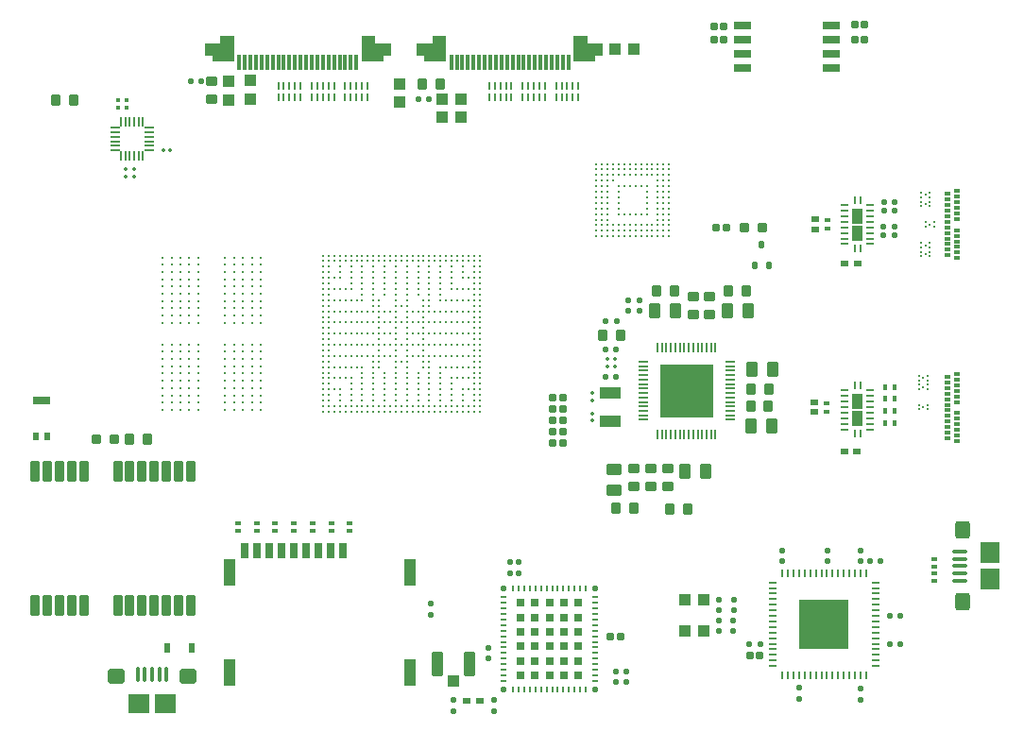
<source format=gtp>
G04*
G04 #@! TF.GenerationSoftware,Altium Limited,Altium Designer,25.1.2 (22)*
G04*
G04 Layer_Color=8421504*
%FSAX25Y25*%
%MOIN*%
G70*
G04*
G04 #@! TF.SameCoordinates,C8C0AD5F-FC7A-4EF2-B1F4-1BF668D8B3FE*
G04*
G04*
G04 #@! TF.FilePolarity,Positive*
G04*
G01*
G75*
%ADD16R,0.05906X0.02756*%
%ADD17R,0.02165X0.02756*%
G04:AMPARAMS|DCode=18|XSize=43.31mil|YSize=39.37mil|CornerRadius=3.94mil|HoleSize=0mil|Usage=FLASHONLY|Rotation=0.000|XOffset=0mil|YOffset=0mil|HoleType=Round|Shape=RoundedRectangle|*
%AMROUNDEDRECTD18*
21,1,0.04331,0.03150,0,0,0.0*
21,1,0.03543,0.03937,0,0,0.0*
1,1,0.00787,0.01772,-0.01575*
1,1,0.00787,-0.01772,-0.01575*
1,1,0.00787,-0.01772,0.01575*
1,1,0.00787,0.01772,0.01575*
%
%ADD18ROUNDEDRECTD18*%
G04:AMPARAMS|DCode=19|XSize=20mil|YSize=20mil|CornerRadius=2mil|HoleSize=0mil|Usage=FLASHONLY|Rotation=180.000|XOffset=0mil|YOffset=0mil|HoleType=Round|Shape=RoundedRectangle|*
%AMROUNDEDRECTD19*
21,1,0.02000,0.01600,0,0,180.0*
21,1,0.01600,0.02000,0,0,180.0*
1,1,0.00400,-0.00800,0.00800*
1,1,0.00400,0.00800,0.00800*
1,1,0.00400,0.00800,-0.00800*
1,1,0.00400,-0.00800,-0.00800*
%
%ADD19ROUNDEDRECTD19*%
G04:AMPARAMS|DCode=20|XSize=86.61mil|YSize=41.34mil|CornerRadius=4.13mil|HoleSize=0mil|Usage=FLASHONLY|Rotation=270.000|XOffset=0mil|YOffset=0mil|HoleType=Round|Shape=RoundedRectangle|*
%AMROUNDEDRECTD20*
21,1,0.08661,0.03307,0,0,270.0*
21,1,0.07835,0.04134,0,0,270.0*
1,1,0.00827,-0.01654,-0.03917*
1,1,0.00827,-0.01654,0.03917*
1,1,0.00827,0.01654,0.03917*
1,1,0.00827,0.01654,-0.03917*
%
%ADD20ROUNDEDRECTD20*%
G04:AMPARAMS|DCode=21|XSize=41.34mil|YSize=41.34mil|CornerRadius=4.13mil|HoleSize=0mil|Usage=FLASHONLY|Rotation=180.000|XOffset=0mil|YOffset=0mil|HoleType=Round|Shape=RoundedRectangle|*
%AMROUNDEDRECTD21*
21,1,0.04134,0.03307,0,0,180.0*
21,1,0.03307,0.04134,0,0,180.0*
1,1,0.00827,-0.01654,0.01654*
1,1,0.00827,0.01654,0.01654*
1,1,0.00827,0.01654,-0.01654*
1,1,0.00827,-0.01654,-0.01654*
%
%ADD21ROUNDEDRECTD21*%
%ADD22R,0.02953X0.02362*%
G04:AMPARAMS|DCode=23|XSize=24.41mil|YSize=55.12mil|CornerRadius=2.44mil|HoleSize=0mil|Usage=FLASHONLY|Rotation=0.000|XOffset=0mil|YOffset=0mil|HoleType=Round|Shape=RoundedRectangle|*
%AMROUNDEDRECTD23*
21,1,0.02441,0.05024,0,0,0.0*
21,1,0.01953,0.05512,0,0,0.0*
1,1,0.00488,0.00976,-0.02512*
1,1,0.00488,-0.00976,-0.02512*
1,1,0.00488,-0.00976,0.02512*
1,1,0.00488,0.00976,0.02512*
%
%ADD23ROUNDEDRECTD23*%
%ADD24R,0.04331X0.09449*%
G04:AMPARAMS|DCode=25|XSize=29.53mil|YSize=9.84mil|CornerRadius=0.98mil|HoleSize=0mil|Usage=FLASHONLY|Rotation=270.000|XOffset=0mil|YOffset=0mil|HoleType=Round|Shape=RoundedRectangle|*
%AMROUNDEDRECTD25*
21,1,0.02953,0.00787,0,0,270.0*
21,1,0.02756,0.00984,0,0,270.0*
1,1,0.00197,-0.00394,-0.01378*
1,1,0.00197,-0.00394,0.01378*
1,1,0.00197,0.00394,0.01378*
1,1,0.00197,0.00394,-0.01378*
%
%ADD25ROUNDEDRECTD25*%
G04:AMPARAMS|DCode=26|XSize=37.4mil|YSize=33.47mil|CornerRadius=3.35mil|HoleSize=0mil|Usage=FLASHONLY|Rotation=270.000|XOffset=0mil|YOffset=0mil|HoleType=Round|Shape=RoundedRectangle|*
%AMROUNDEDRECTD26*
21,1,0.03740,0.02677,0,0,270.0*
21,1,0.03071,0.03347,0,0,270.0*
1,1,0.00669,-0.01339,-0.01535*
1,1,0.00669,-0.01339,0.01535*
1,1,0.00669,0.01339,0.01535*
1,1,0.00669,0.01339,-0.01535*
%
%ADD26ROUNDEDRECTD26*%
G04:AMPARAMS|DCode=27|XSize=31.5mil|YSize=31.5mil|CornerRadius=3.94mil|HoleSize=0mil|Usage=FLASHONLY|Rotation=180.000|XOffset=0mil|YOffset=0mil|HoleType=Round|Shape=RoundedRectangle|*
%AMROUNDEDRECTD27*
21,1,0.03150,0.02362,0,0,180.0*
21,1,0.02362,0.03150,0,0,180.0*
1,1,0.00787,-0.01181,0.01181*
1,1,0.00787,0.01181,0.01181*
1,1,0.00787,0.01181,-0.01181*
1,1,0.00787,-0.01181,-0.01181*
%
%ADD27ROUNDEDRECTD27*%
%ADD28R,0.02461X0.03268*%
G04:AMPARAMS|DCode=29|XSize=12.01mil|YSize=12.01mil|CornerRadius=1.2mil|HoleSize=0mil|Usage=FLASHONLY|Rotation=180.000|XOffset=0mil|YOffset=0mil|HoleType=Round|Shape=RoundedRectangle|*
%AMROUNDEDRECTD29*
21,1,0.01201,0.00961,0,0,180.0*
21,1,0.00961,0.01201,0,0,180.0*
1,1,0.00240,-0.00480,0.00480*
1,1,0.00240,0.00480,0.00480*
1,1,0.00240,0.00480,-0.00480*
1,1,0.00240,-0.00480,-0.00480*
%
%ADD29ROUNDEDRECTD29*%
G04:AMPARAMS|DCode=30|XSize=12.01mil|YSize=12.01mil|CornerRadius=1.2mil|HoleSize=0mil|Usage=FLASHONLY|Rotation=270.000|XOffset=0mil|YOffset=0mil|HoleType=Round|Shape=RoundedRectangle|*
%AMROUNDEDRECTD30*
21,1,0.01201,0.00961,0,0,270.0*
21,1,0.00961,0.01201,0,0,270.0*
1,1,0.00240,-0.00480,-0.00480*
1,1,0.00240,-0.00480,0.00480*
1,1,0.00240,0.00480,0.00480*
1,1,0.00240,0.00480,-0.00480*
%
%ADD30ROUNDEDRECTD30*%
G04:AMPARAMS|DCode=31|XSize=13.78mil|YSize=13.78mil|CornerRadius=1.38mil|HoleSize=0mil|Usage=FLASHONLY|Rotation=180.000|XOffset=0mil|YOffset=0mil|HoleType=Round|Shape=RoundedRectangle|*
%AMROUNDEDRECTD31*
21,1,0.01378,0.01102,0,0,180.0*
21,1,0.01102,0.01378,0,0,180.0*
1,1,0.00276,-0.00551,0.00551*
1,1,0.00276,0.00551,0.00551*
1,1,0.00276,0.00551,-0.00551*
1,1,0.00276,-0.00551,-0.00551*
%
%ADD31ROUNDEDRECTD31*%
G04:AMPARAMS|DCode=32|XSize=33.9mil|YSize=7.58mil|CornerRadius=0.76mil|HoleSize=0mil|Usage=FLASHONLY|Rotation=0.000|XOffset=0mil|YOffset=0mil|HoleType=Round|Shape=RoundedRectangle|*
%AMROUNDEDRECTD32*
21,1,0.03390,0.00606,0,0,0.0*
21,1,0.03239,0.00758,0,0,0.0*
1,1,0.00152,0.01619,-0.00303*
1,1,0.00152,-0.01619,-0.00303*
1,1,0.00152,-0.01619,0.00303*
1,1,0.00152,0.01619,0.00303*
%
%ADD32ROUNDEDRECTD32*%
G04:AMPARAMS|DCode=33|XSize=7.58mil|YSize=33.9mil|CornerRadius=0.76mil|HoleSize=0mil|Usage=FLASHONLY|Rotation=0.000|XOffset=0mil|YOffset=0mil|HoleType=Round|Shape=RoundedRectangle|*
%AMROUNDEDRECTD33*
21,1,0.00758,0.03239,0,0,0.0*
21,1,0.00606,0.03390,0,0,0.0*
1,1,0.00152,0.00303,-0.01619*
1,1,0.00152,-0.00303,-0.01619*
1,1,0.00152,-0.00303,0.01619*
1,1,0.00152,0.00303,0.01619*
%
%ADD33ROUNDEDRECTD33*%
%ADD34C,0.00984*%
G04:AMPARAMS|DCode=35|XSize=23.62mil|YSize=9.84mil|CornerRadius=1.97mil|HoleSize=0mil|Usage=FLASHONLY|Rotation=0.000|XOffset=0mil|YOffset=0mil|HoleType=Round|Shape=RoundedRectangle|*
%AMROUNDEDRECTD35*
21,1,0.02362,0.00591,0,0,0.0*
21,1,0.01968,0.00984,0,0,0.0*
1,1,0.00394,0.00984,-0.00295*
1,1,0.00394,-0.00984,-0.00295*
1,1,0.00394,-0.00984,0.00295*
1,1,0.00394,0.00984,0.00295*
%
%ADD35ROUNDEDRECTD35*%
G04:AMPARAMS|DCode=36|XSize=9.84mil|YSize=23.62mil|CornerRadius=1.97mil|HoleSize=0mil|Usage=FLASHONLY|Rotation=0.000|XOffset=0mil|YOffset=0mil|HoleType=Round|Shape=RoundedRectangle|*
%AMROUNDEDRECTD36*
21,1,0.00984,0.01968,0,0,0.0*
21,1,0.00591,0.02362,0,0,0.0*
1,1,0.00394,0.00295,-0.00984*
1,1,0.00394,-0.00295,-0.00984*
1,1,0.00394,-0.00295,0.00984*
1,1,0.00394,0.00295,0.00984*
%
%ADD36ROUNDEDRECTD36*%
%ADD37R,0.01968X0.01575*%
%ADD38R,0.02520X0.02362*%
%ADD39R,0.01575X0.01968*%
G04:AMPARAMS|DCode=40|XSize=19.68mil|YSize=18.7mil|CornerRadius=1.87mil|HoleSize=0mil|Usage=FLASHONLY|Rotation=0.000|XOffset=0mil|YOffset=0mil|HoleType=Round|Shape=RoundedRectangle|*
%AMROUNDEDRECTD40*
21,1,0.01968,0.01496,0,0,0.0*
21,1,0.01595,0.01870,0,0,0.0*
1,1,0.00374,0.00797,-0.00748*
1,1,0.00374,-0.00797,-0.00748*
1,1,0.00374,-0.00797,0.00748*
1,1,0.00374,0.00797,0.00748*
%
%ADD40ROUNDEDRECTD40*%
G04:AMPARAMS|DCode=41|XSize=18.7mil|YSize=9.84mil|CornerRadius=0.98mil|HoleSize=0mil|Usage=FLASHONLY|Rotation=0.000|XOffset=0mil|YOffset=0mil|HoleType=Round|Shape=RoundedRectangle|*
%AMROUNDEDRECTD41*
21,1,0.01870,0.00787,0,0,0.0*
21,1,0.01673,0.00984,0,0,0.0*
1,1,0.00197,0.00837,-0.00394*
1,1,0.00197,-0.00837,-0.00394*
1,1,0.00197,-0.00837,0.00394*
1,1,0.00197,0.00837,0.00394*
%
%ADD41ROUNDEDRECTD41*%
G04:AMPARAMS|DCode=42|XSize=18.7mil|YSize=9.84mil|CornerRadius=0.98mil|HoleSize=0mil|Usage=FLASHONLY|Rotation=270.000|XOffset=0mil|YOffset=0mil|HoleType=Round|Shape=RoundedRectangle|*
%AMROUNDEDRECTD42*
21,1,0.01870,0.00787,0,0,270.0*
21,1,0.01673,0.00984,0,0,270.0*
1,1,0.00197,-0.00394,-0.00837*
1,1,0.00197,-0.00394,0.00837*
1,1,0.00197,0.00394,0.00837*
1,1,0.00197,0.00394,-0.00837*
%
%ADD42ROUNDEDRECTD42*%
%ADD43R,0.03150X0.03150*%
G04:AMPARAMS|DCode=44|XSize=23.62mil|YSize=23.62mil|CornerRadius=2.36mil|HoleSize=0mil|Usage=FLASHONLY|Rotation=270.000|XOffset=0mil|YOffset=0mil|HoleType=Round|Shape=RoundedRectangle|*
%AMROUNDEDRECTD44*
21,1,0.02362,0.01890,0,0,270.0*
21,1,0.01890,0.02362,0,0,270.0*
1,1,0.00472,-0.00945,-0.00945*
1,1,0.00472,-0.00945,0.00945*
1,1,0.00472,0.00945,0.00945*
1,1,0.00472,0.00945,-0.00945*
%
%ADD44ROUNDEDRECTD44*%
%ADD45O,0.01575X0.05315*%
%ADD46R,0.07480X0.07087*%
G04:AMPARAMS|DCode=47|XSize=62.99mil|YSize=55.12mil|CornerRadius=13.78mil|HoleSize=0mil|Usage=FLASHONLY|Rotation=180.000|XOffset=0mil|YOffset=0mil|HoleType=Round|Shape=RoundedRectangle|*
%AMROUNDEDRECTD47*
21,1,0.06299,0.02756,0,0,180.0*
21,1,0.03543,0.05512,0,0,180.0*
1,1,0.02756,-0.01772,0.01378*
1,1,0.02756,0.01772,0.01378*
1,1,0.02756,0.01772,-0.01378*
1,1,0.02756,-0.01772,-0.01378*
%
%ADD47ROUNDEDRECTD47*%
G04:AMPARAMS|DCode=48|XSize=43.31mil|YSize=39.37mil|CornerRadius=3.94mil|HoleSize=0mil|Usage=FLASHONLY|Rotation=90.000|XOffset=0mil|YOffset=0mil|HoleType=Round|Shape=RoundedRectangle|*
%AMROUNDEDRECTD48*
21,1,0.04331,0.03150,0,0,90.0*
21,1,0.03543,0.03937,0,0,90.0*
1,1,0.00787,0.01575,0.01772*
1,1,0.00787,0.01575,-0.01772*
1,1,0.00787,-0.01575,-0.01772*
1,1,0.00787,-0.01575,0.01772*
%
%ADD48ROUNDEDRECTD48*%
G04:AMPARAMS|DCode=49|XSize=57.09mil|YSize=29.53mil|CornerRadius=2.95mil|HoleSize=0mil|Usage=FLASHONLY|Rotation=180.000|XOffset=0mil|YOffset=0mil|HoleType=Round|Shape=RoundedRectangle|*
%AMROUNDEDRECTD49*
21,1,0.05709,0.02362,0,0,180.0*
21,1,0.05118,0.02953,0,0,180.0*
1,1,0.00591,-0.02559,0.01181*
1,1,0.00591,0.02559,0.01181*
1,1,0.00591,0.02559,-0.01181*
1,1,0.00591,-0.02559,-0.01181*
%
%ADD49ROUNDEDRECTD49*%
G04:AMPARAMS|DCode=50|XSize=20mil|YSize=20mil|CornerRadius=2mil|HoleSize=0mil|Usage=FLASHONLY|Rotation=270.000|XOffset=0mil|YOffset=0mil|HoleType=Round|Shape=RoundedRectangle|*
%AMROUNDEDRECTD50*
21,1,0.02000,0.01600,0,0,270.0*
21,1,0.01600,0.02000,0,0,270.0*
1,1,0.00400,-0.00800,-0.00800*
1,1,0.00400,-0.00800,0.00800*
1,1,0.00400,0.00800,0.00800*
1,1,0.00400,0.00800,-0.00800*
%
%ADD50ROUNDEDRECTD50*%
%ADD51R,0.02362X0.01378*%
G04:AMPARAMS|DCode=52|XSize=11.81mil|YSize=20.87mil|CornerRadius=1.18mil|HoleSize=0mil|Usage=FLASHONLY|Rotation=90.000|XOffset=0mil|YOffset=0mil|HoleType=Round|Shape=RoundedRectangle|*
%AMROUNDEDRECTD52*
21,1,0.01181,0.01850,0,0,90.0*
21,1,0.00945,0.02087,0,0,90.0*
1,1,0.00236,0.00925,0.00472*
1,1,0.00236,0.00925,-0.00472*
1,1,0.00236,-0.00925,-0.00472*
1,1,0.00236,-0.00925,0.00472*
%
%ADD52ROUNDEDRECTD52*%
G04:AMPARAMS|DCode=53|XSize=70.87mil|YSize=31.5mil|CornerRadius=3.15mil|HoleSize=0mil|Usage=FLASHONLY|Rotation=90.000|XOffset=0mil|YOffset=0mil|HoleType=Round|Shape=RoundedRectangle|*
%AMROUNDEDRECTD53*
21,1,0.07087,0.02520,0,0,90.0*
21,1,0.06457,0.03150,0,0,90.0*
1,1,0.00630,0.01260,0.03228*
1,1,0.00630,0.01260,-0.03228*
1,1,0.00630,-0.01260,-0.03228*
1,1,0.00630,-0.01260,0.03228*
%
%ADD53ROUNDEDRECTD53*%
%ADD54O,0.05315X0.01575*%
%ADD55R,0.07087X0.07480*%
G04:AMPARAMS|DCode=56|XSize=62.99mil|YSize=55.12mil|CornerRadius=13.78mil|HoleSize=0mil|Usage=FLASHONLY|Rotation=270.000|XOffset=0mil|YOffset=0mil|HoleType=Round|Shape=RoundedRectangle|*
%AMROUNDEDRECTD56*
21,1,0.06299,0.02756,0,0,270.0*
21,1,0.03543,0.05512,0,0,270.0*
1,1,0.02756,-0.01378,-0.01772*
1,1,0.02756,-0.01378,0.01772*
1,1,0.02756,0.01378,0.01772*
1,1,0.02756,0.01378,-0.01772*
%
%ADD56ROUNDEDRECTD56*%
G04:AMPARAMS|DCode=57|XSize=29.53mil|YSize=9.84mil|CornerRadius=4.92mil|HoleSize=0mil|Usage=FLASHONLY|Rotation=0.000|XOffset=0mil|YOffset=0mil|HoleType=Round|Shape=RoundedRectangle|*
%AMROUNDEDRECTD57*
21,1,0.02953,0.00000,0,0,0.0*
21,1,0.01968,0.00984,0,0,0.0*
1,1,0.00984,0.00984,0.00000*
1,1,0.00984,-0.00984,0.00000*
1,1,0.00984,-0.00984,0.00000*
1,1,0.00984,0.00984,0.00000*
%
%ADD57ROUNDEDRECTD57*%
G04:AMPARAMS|DCode=58|XSize=9.84mil|YSize=29.53mil|CornerRadius=4.92mil|HoleSize=0mil|Usage=FLASHONLY|Rotation=0.000|XOffset=0mil|YOffset=0mil|HoleType=Round|Shape=RoundedRectangle|*
%AMROUNDEDRECTD58*
21,1,0.00984,0.01968,0,0,0.0*
21,1,0.00000,0.02953,0,0,0.0*
1,1,0.00984,0.00000,-0.00984*
1,1,0.00984,0.00000,-0.00984*
1,1,0.00984,0.00000,0.00984*
1,1,0.00984,0.00000,0.00984*
%
%ADD58ROUNDEDRECTD58*%
%ADD59R,0.17520X0.17520*%
G04:AMPARAMS|DCode=60|XSize=37.4mil|YSize=33.47mil|CornerRadius=3.35mil|HoleSize=0mil|Usage=FLASHONLY|Rotation=180.000|XOffset=0mil|YOffset=0mil|HoleType=Round|Shape=RoundedRectangle|*
%AMROUNDEDRECTD60*
21,1,0.03740,0.02677,0,0,180.0*
21,1,0.03071,0.03347,0,0,180.0*
1,1,0.00669,-0.01535,0.01339*
1,1,0.00669,0.01535,0.01339*
1,1,0.00669,0.01535,-0.01339*
1,1,0.00669,-0.01535,-0.01339*
%
%ADD60ROUNDEDRECTD60*%
G04:AMPARAMS|DCode=61|XSize=11.81mil|YSize=55.12mil|CornerRadius=1.18mil|HoleSize=0mil|Usage=FLASHONLY|Rotation=180.000|XOffset=0mil|YOffset=0mil|HoleType=Round|Shape=RoundedRectangle|*
%AMROUNDEDRECTD61*
21,1,0.01181,0.05276,0,0,180.0*
21,1,0.00945,0.05512,0,0,180.0*
1,1,0.00236,-0.00472,0.02638*
1,1,0.00236,0.00472,0.02638*
1,1,0.00236,0.00472,-0.02638*
1,1,0.00236,-0.00472,-0.02638*
%
%ADD61ROUNDEDRECTD61*%
%ADD62C,0.01000*%
%ADD63C,0.01150*%
%ADD64C,0.01142*%
G04:AMPARAMS|DCode=65|XSize=35.43mil|YSize=7.87mil|CornerRadius=0.79mil|HoleSize=0mil|Usage=FLASHONLY|Rotation=0.000|XOffset=0mil|YOffset=0mil|HoleType=Round|Shape=RoundedRectangle|*
%AMROUNDEDRECTD65*
21,1,0.03543,0.00630,0,0,0.0*
21,1,0.03386,0.00787,0,0,0.0*
1,1,0.00158,0.01693,-0.00315*
1,1,0.00158,-0.01693,-0.00315*
1,1,0.00158,-0.01693,0.00315*
1,1,0.00158,0.01693,0.00315*
%
%ADD65ROUNDEDRECTD65*%
G04:AMPARAMS|DCode=66|XSize=35.43mil|YSize=7.87mil|CornerRadius=0.79mil|HoleSize=0mil|Usage=FLASHONLY|Rotation=90.000|XOffset=0mil|YOffset=0mil|HoleType=Round|Shape=RoundedRectangle|*
%AMROUNDEDRECTD66*
21,1,0.03543,0.00630,0,0,90.0*
21,1,0.03386,0.00787,0,0,90.0*
1,1,0.00158,0.00315,0.01693*
1,1,0.00158,0.00315,-0.01693*
1,1,0.00158,-0.00315,-0.01693*
1,1,0.00158,-0.00315,0.01693*
%
%ADD66ROUNDEDRECTD66*%
%ADD67R,0.18898X0.18898*%
G04:AMPARAMS|DCode=68|XSize=54.72mil|YSize=39.37mil|CornerRadius=3.94mil|HoleSize=0mil|Usage=FLASHONLY|Rotation=0.000|XOffset=0mil|YOffset=0mil|HoleType=Round|Shape=RoundedRectangle|*
%AMROUNDEDRECTD68*
21,1,0.05472,0.03150,0,0,0.0*
21,1,0.04685,0.03937,0,0,0.0*
1,1,0.00787,0.02343,-0.01575*
1,1,0.00787,-0.02343,-0.01575*
1,1,0.00787,-0.02343,0.01575*
1,1,0.00787,0.02343,0.01575*
%
%ADD68ROUNDEDRECTD68*%
G04:AMPARAMS|DCode=69|XSize=54.72mil|YSize=39.37mil|CornerRadius=3.94mil|HoleSize=0mil|Usage=FLASHONLY|Rotation=90.000|XOffset=0mil|YOffset=0mil|HoleType=Round|Shape=RoundedRectangle|*
%AMROUNDEDRECTD69*
21,1,0.05472,0.03150,0,0,90.0*
21,1,0.04685,0.03937,0,0,90.0*
1,1,0.00787,0.01575,0.02343*
1,1,0.00787,0.01575,-0.02343*
1,1,0.00787,-0.01575,-0.02343*
1,1,0.00787,-0.01575,0.02343*
%
%ADD69ROUNDEDRECTD69*%
G04:AMPARAMS|DCode=70|XSize=43.31mil|YSize=74.8mil|CornerRadius=4.33mil|HoleSize=0mil|Usage=FLASHONLY|Rotation=270.000|XOffset=0mil|YOffset=0mil|HoleType=Round|Shape=RoundedRectangle|*
%AMROUNDEDRECTD70*
21,1,0.04331,0.06614,0,0,270.0*
21,1,0.03465,0.07480,0,0,270.0*
1,1,0.00866,-0.03307,-0.01732*
1,1,0.00866,-0.03307,0.01732*
1,1,0.00866,0.03307,0.01732*
1,1,0.00866,0.03307,-0.01732*
%
%ADD70ROUNDEDRECTD70*%
G04:AMPARAMS|DCode=71|XSize=23.62mil|YSize=18.5mil|CornerRadius=1.85mil|HoleSize=0mil|Usage=FLASHONLY|Rotation=90.000|XOffset=0mil|YOffset=0mil|HoleType=Round|Shape=RoundedRectangle|*
%AMROUNDEDRECTD71*
21,1,0.02362,0.01480,0,0,90.0*
21,1,0.01992,0.01850,0,0,90.0*
1,1,0.00370,0.00740,0.00996*
1,1,0.00370,0.00740,-0.00996*
1,1,0.00370,-0.00740,-0.00996*
1,1,0.00370,-0.00740,0.00996*
%
%ADD71ROUNDEDRECTD71*%
G36*
X0417607Y0901476D02*
X0414851D01*
Y0905807D01*
X0420363D01*
Y0908563D01*
X0425284D01*
Y0899508D01*
X0417607D01*
Y0901476D01*
D02*
G37*
G36*
X0470166Y0908563D02*
X0475087D01*
Y0905807D01*
X0480599D01*
Y0901476D01*
X0477843D01*
Y0899508D01*
X0470166D01*
Y0908563D01*
D02*
G37*
G36*
X0492410Y0901476D02*
X0489654D01*
Y0905807D01*
X0495166D01*
Y0908563D01*
X0500087D01*
Y0899508D01*
X0492410D01*
Y0901476D01*
D02*
G37*
G36*
X0544969Y0908563D02*
X0549890D01*
Y0905807D01*
X0555402D01*
Y0901476D01*
X0552646D01*
Y0899508D01*
X0544969D01*
Y0908563D01*
D02*
G37*
G36*
X0643493Y0770905D02*
X0643454D01*
X0643381Y0770935D01*
X0643326Y0770991D01*
X0643296Y0771063D01*
Y0771102D01*
D01*
Y0775866D01*
Y0775905D01*
X0643326Y0775978D01*
X0643381Y0776033D01*
X0643454Y0776063D01*
X0643493D01*
D01*
X0646839D01*
X0646878D01*
X0646951Y0776033D01*
X0647006Y0775978D01*
X0647036Y0775905D01*
Y0775866D01*
D01*
Y0771102D01*
Y0771063D01*
X0647006Y0770991D01*
X0646951Y0770935D01*
X0646878Y0770905D01*
X0646839D01*
D01*
X0643493D01*
D02*
G37*
G36*
X0646839Y0776890D02*
X0643493D01*
X0643454D01*
X0643381Y0776920D01*
X0643326Y0776975D01*
X0643296Y0777047D01*
Y0777086D01*
D01*
Y0781850D01*
Y0781889D01*
X0643326Y0781962D01*
X0643381Y0782017D01*
X0643454Y0782047D01*
X0643493D01*
D01*
X0646839D01*
X0646878D01*
X0646951Y0782017D01*
X0647006Y0781962D01*
X0647036Y0781889D01*
Y0781850D01*
D01*
Y0777086D01*
Y0777047D01*
X0647006Y0776975D01*
X0646951Y0776920D01*
X0646878Y0776890D01*
X0646839D01*
D01*
D02*
G37*
G36*
X0643493Y0836260D02*
X0643454D01*
X0643381Y0836290D01*
X0643326Y0836345D01*
X0643296Y0836417D01*
Y0836457D01*
D01*
Y0841220D01*
Y0841259D01*
X0643326Y0841332D01*
X0643381Y0841387D01*
X0643454Y0841417D01*
X0643493D01*
D01*
X0646839D01*
X0646878D01*
X0646951Y0841387D01*
X0647006Y0841332D01*
X0647036Y0841259D01*
Y0841220D01*
D01*
Y0836457D01*
Y0836417D01*
X0647006Y0836345D01*
X0646951Y0836290D01*
X0646878Y0836260D01*
X0646839D01*
D01*
X0643493D01*
D02*
G37*
G36*
X0646839Y0842244D02*
X0643493D01*
X0643454D01*
X0643381Y0842274D01*
X0643326Y0842329D01*
X0643296Y0842402D01*
Y0842441D01*
D01*
Y0847205D01*
Y0847244D01*
X0643326Y0847316D01*
X0643381Y0847371D01*
X0643454Y0847402D01*
X0643493D01*
D01*
X0646839D01*
X0646878D01*
X0646951Y0847371D01*
X0647006Y0847316D01*
X0647036Y0847244D01*
Y0847205D01*
D01*
Y0842441D01*
Y0842402D01*
X0647006Y0842329D01*
X0646951Y0842274D01*
X0646878Y0842244D01*
X0646839D01*
D01*
D02*
G37*
D16*
X0357273Y0779625D02*
D03*
D17*
X0355402Y0767028D02*
D03*
X0359142D02*
D03*
D18*
X0505347Y0879685D02*
D03*
Y0886220D02*
D03*
X0498747Y0886220D02*
D03*
Y0879685D02*
D03*
X0430993Y0886085D02*
D03*
Y0892620D02*
D03*
X0423147Y0885885D02*
D03*
Y0892420D02*
D03*
X0483749Y0891555D02*
D03*
Y0885020D02*
D03*
D19*
X0502646Y0673977D02*
D03*
Y0670197D02*
D03*
X0516819Y0673977D02*
D03*
Y0670197D02*
D03*
X0525678Y0718863D02*
D03*
Y0722642D02*
D03*
X0515047Y0688760D02*
D03*
Y0692539D02*
D03*
X0522647Y0718863D02*
D03*
Y0722642D02*
D03*
X0494547Y0704163D02*
D03*
Y0707942D02*
D03*
X0646347Y0674193D02*
D03*
Y0677972D02*
D03*
X0596347Y0702087D02*
D03*
Y0698308D02*
D03*
X0601465Y0702087D02*
D03*
Y0698308D02*
D03*
X0601565Y0705689D02*
D03*
Y0709468D02*
D03*
X0596447Y0705689D02*
D03*
Y0709468D02*
D03*
X0624693Y0678366D02*
D03*
Y0674586D02*
D03*
X0634536Y0723012D02*
D03*
Y0726791D02*
D03*
X0646347Y0723012D02*
D03*
Y0726791D02*
D03*
X0618788Y0723012D02*
D03*
Y0726791D02*
D03*
X0564327Y0815094D02*
D03*
Y0811315D02*
D03*
X0568327Y0811415D02*
D03*
Y0815194D02*
D03*
D20*
X0508453Y0686713D02*
D03*
X0496839D02*
D03*
D21*
X0502646Y0680709D02*
D03*
D22*
X0507469Y0673642D02*
D03*
X0511997D02*
D03*
X0645166Y0828051D02*
D03*
X0640638D02*
D03*
X0645068Y0761909D02*
D03*
X0640540D02*
D03*
D23*
X0463690Y0726909D02*
D03*
X0459359D02*
D03*
X0455028D02*
D03*
X0450698D02*
D03*
X0446367D02*
D03*
X0442036D02*
D03*
X0437705D02*
D03*
X0433375D02*
D03*
X0429044D02*
D03*
D24*
X0423611Y0683602D02*
D03*
Y0719035D02*
D03*
X0487193D02*
D03*
Y0683602D02*
D03*
D25*
X0546741Y0886712D02*
D03*
X0544772D02*
D03*
X0542804D02*
D03*
X0540835D02*
D03*
X0538867D02*
D03*
Y0890650D02*
D03*
X0540835D02*
D03*
X0542804D02*
D03*
X0544772D02*
D03*
X0546741D02*
D03*
X0534930Y0886712D02*
D03*
X0532961D02*
D03*
X0530993D02*
D03*
X0529024D02*
D03*
X0527056D02*
D03*
Y0890650D02*
D03*
X0529024D02*
D03*
X0530993D02*
D03*
X0532961D02*
D03*
X0534930D02*
D03*
X0515245Y0890719D02*
D03*
X0517213D02*
D03*
X0519182D02*
D03*
X0521150D02*
D03*
X0523119D02*
D03*
Y0886782D02*
D03*
X0521150D02*
D03*
X0519182D02*
D03*
X0517213D02*
D03*
X0515245D02*
D03*
X0472331Y0886712D02*
D03*
X0470363D02*
D03*
X0468394D02*
D03*
X0466426D02*
D03*
X0464457D02*
D03*
Y0890650D02*
D03*
X0466426D02*
D03*
X0468394D02*
D03*
X0470363D02*
D03*
X0472331D02*
D03*
X0460520Y0886712D02*
D03*
X0458552D02*
D03*
X0456583D02*
D03*
X0454615D02*
D03*
X0452646D02*
D03*
Y0890650D02*
D03*
X0454615D02*
D03*
X0456583D02*
D03*
X0458552D02*
D03*
X0460520D02*
D03*
X0440835Y0890719D02*
D03*
X0442804D02*
D03*
X0444772D02*
D03*
X0446741D02*
D03*
X0448709D02*
D03*
Y0886782D02*
D03*
X0446741D02*
D03*
X0444772D02*
D03*
X0442804D02*
D03*
X0440835D02*
D03*
D26*
X0388473Y0766240D02*
D03*
X0394772D02*
D03*
X0362398Y0885853D02*
D03*
X0368697D02*
D03*
X0613876Y0783705D02*
D03*
X0607577D02*
D03*
X0606076Y0818405D02*
D03*
X0599777D02*
D03*
X0574277Y0818405D02*
D03*
X0580576D02*
D03*
X0585276Y0741505D02*
D03*
X0578977D02*
D03*
X0560077Y0741805D02*
D03*
X0566376D02*
D03*
X0607477Y0777705D02*
D03*
X0613776D02*
D03*
X0561476Y0802805D02*
D03*
X0555177D02*
D03*
X0491721Y0891555D02*
D03*
X0498020D02*
D03*
D27*
X0382961Y0766240D02*
D03*
X0376662D02*
D03*
X0611576Y0840805D02*
D03*
X0605277D02*
D03*
D28*
X0410327Y0692553D02*
D03*
X0401567D02*
D03*
D29*
X0386811Y0861358D02*
D03*
Y0858760D02*
D03*
X0390048Y0861358D02*
D03*
Y0858760D02*
D03*
X0551527Y0779905D02*
D03*
Y0782504D02*
D03*
Y0772605D02*
D03*
Y0775204D02*
D03*
D30*
X0400166Y0868111D02*
D03*
X0402764D02*
D03*
X0557027Y0794505D02*
D03*
X0559626D02*
D03*
Y0791605D02*
D03*
X0557027D02*
D03*
D31*
X0387292Y0882972D02*
D03*
Y0885728D02*
D03*
X0384449Y0882972D02*
D03*
Y0885728D02*
D03*
D32*
X0383168Y0875985D02*
D03*
Y0874410D02*
D03*
Y0872835D02*
D03*
Y0871260D02*
D03*
Y0869686D02*
D03*
Y0868111D02*
D03*
X0395180D02*
D03*
Y0869686D02*
D03*
Y0871260D02*
D03*
Y0872835D02*
D03*
Y0874410D02*
D03*
Y0875985D02*
D03*
D33*
X0385237Y0866042D02*
D03*
X0386811D02*
D03*
X0388386D02*
D03*
X0389961D02*
D03*
X0391536D02*
D03*
X0393111D02*
D03*
Y0878054D02*
D03*
X0391536D02*
D03*
X0389961D02*
D03*
X0388386D02*
D03*
X0386811D02*
D03*
X0385237D02*
D03*
D34*
X0672331Y0842618D02*
D03*
Y0841043D02*
D03*
X0670756Y0841831D02*
D03*
X0669182Y0842618D02*
D03*
Y0841043D02*
D03*
X0670756Y0853051D02*
D03*
Y0851476D02*
D03*
Y0849901D02*
D03*
Y0848327D02*
D03*
X0669182Y0852264D02*
D03*
Y0849114D02*
D03*
X0667607Y0853051D02*
D03*
Y0851476D02*
D03*
Y0849901D02*
D03*
Y0848327D02*
D03*
Y0830610D02*
D03*
Y0832185D02*
D03*
Y0833760D02*
D03*
Y0835334D02*
D03*
X0669182Y0831398D02*
D03*
Y0834547D02*
D03*
X0670756Y0830610D02*
D03*
Y0832185D02*
D03*
Y0833760D02*
D03*
Y0835334D02*
D03*
X0666819Y0776673D02*
D03*
Y0778248D02*
D03*
X0668394Y0777460D02*
D03*
X0669969Y0776673D02*
D03*
Y0778248D02*
D03*
Y0788484D02*
D03*
Y0786909D02*
D03*
Y0785334D02*
D03*
Y0783760D02*
D03*
X0668394Y0787697D02*
D03*
Y0784547D02*
D03*
X0666819Y0788484D02*
D03*
Y0786909D02*
D03*
Y0785334D02*
D03*
Y0783760D02*
D03*
D35*
X0640638Y0848720D02*
D03*
Y0846752D02*
D03*
Y0844783D02*
D03*
Y0842815D02*
D03*
Y0840846D02*
D03*
Y0838878D02*
D03*
Y0836909D02*
D03*
Y0834941D02*
D03*
X0649694D02*
D03*
Y0836909D02*
D03*
Y0838878D02*
D03*
Y0840846D02*
D03*
Y0842815D02*
D03*
Y0844783D02*
D03*
Y0846752D02*
D03*
Y0848720D02*
D03*
Y0783366D02*
D03*
Y0781397D02*
D03*
Y0779429D02*
D03*
Y0777460D02*
D03*
Y0775492D02*
D03*
Y0773524D02*
D03*
Y0771555D02*
D03*
Y0769587D02*
D03*
X0640638D02*
D03*
Y0771555D02*
D03*
Y0773524D02*
D03*
Y0775492D02*
D03*
Y0777460D02*
D03*
Y0779429D02*
D03*
Y0781397D02*
D03*
Y0783366D02*
D03*
D36*
X0644182Y0833366D02*
D03*
X0646150D02*
D03*
Y0850295D02*
D03*
X0644182D02*
D03*
Y0784941D02*
D03*
X0646150D02*
D03*
Y0768012D02*
D03*
X0644182D02*
D03*
D37*
X0634747Y0843527D02*
D03*
Y0840378D02*
D03*
X0634142Y0778838D02*
D03*
Y0775689D02*
D03*
D38*
X0630447Y0843685D02*
D03*
Y0840220D02*
D03*
X0629812Y0779193D02*
D03*
Y0775728D02*
D03*
D39*
X0658258Y0771796D02*
D03*
X0655108D02*
D03*
X0658258Y0776127D02*
D03*
X0655108D02*
D03*
X0658158Y0780413D02*
D03*
X0655009D02*
D03*
X0658158Y0784350D02*
D03*
X0655009D02*
D03*
D40*
X0520363Y0713535D02*
D03*
Y0677606D02*
D03*
X0552646D02*
D03*
Y0713535D02*
D03*
D41*
X0520363Y0710334D02*
D03*
Y0708366D02*
D03*
Y0706397D02*
D03*
Y0704429D02*
D03*
Y0702460D02*
D03*
Y0700492D02*
D03*
Y0698524D02*
D03*
Y0696555D02*
D03*
Y0694587D02*
D03*
Y0692618D02*
D03*
Y0690650D02*
D03*
Y0688681D02*
D03*
Y0686713D02*
D03*
Y0684744D02*
D03*
Y0682775D02*
D03*
Y0680807D02*
D03*
X0552646D02*
D03*
Y0682775D02*
D03*
Y0684744D02*
D03*
Y0686713D02*
D03*
Y0688681D02*
D03*
Y0690650D02*
D03*
Y0692618D02*
D03*
Y0694587D02*
D03*
Y0696555D02*
D03*
Y0698524D02*
D03*
Y0700492D02*
D03*
Y0702460D02*
D03*
Y0704429D02*
D03*
Y0706397D02*
D03*
Y0708366D02*
D03*
Y0710334D02*
D03*
D42*
X0523709Y0677606D02*
D03*
X0525678D02*
D03*
X0527646D02*
D03*
X0529615D02*
D03*
X0531583D02*
D03*
X0533552D02*
D03*
X0535520D02*
D03*
X0537489D02*
D03*
X0539457D02*
D03*
X0541426D02*
D03*
X0543394D02*
D03*
X0545363D02*
D03*
X0547331D02*
D03*
X0549300D02*
D03*
Y0713535D02*
D03*
X0547331D02*
D03*
X0545363D02*
D03*
X0543394D02*
D03*
X0541426D02*
D03*
X0539457D02*
D03*
X0537489D02*
D03*
X0535520D02*
D03*
X0533552D02*
D03*
X0531583D02*
D03*
X0529615D02*
D03*
X0527646D02*
D03*
X0525678D02*
D03*
X0523709D02*
D03*
D43*
X0526268Y0708366D02*
D03*
Y0703248D02*
D03*
Y0698130D02*
D03*
Y0693012D02*
D03*
Y0687894D02*
D03*
Y0682775D02*
D03*
X0531387D02*
D03*
X0536505D02*
D03*
X0541623D02*
D03*
X0546741D02*
D03*
Y0687894D02*
D03*
Y0693012D02*
D03*
Y0698130D02*
D03*
Y0703248D02*
D03*
Y0708366D02*
D03*
X0541623D02*
D03*
X0536505D02*
D03*
X0531387D02*
D03*
Y0703248D02*
D03*
Y0698130D02*
D03*
Y0693012D02*
D03*
Y0687894D02*
D03*
X0536505D02*
D03*
X0541623D02*
D03*
Y0693012D02*
D03*
Y0698130D02*
D03*
Y0703248D02*
D03*
X0536505D02*
D03*
Y0698130D02*
D03*
Y0693012D02*
D03*
D44*
X0561583Y0696555D02*
D03*
X0558040D02*
D03*
X0598119Y0911909D02*
D03*
X0594575D02*
D03*
X0598119Y0906929D02*
D03*
X0594575D02*
D03*
X0647725Y0912303D02*
D03*
X0644182D02*
D03*
X0647725Y0906929D02*
D03*
X0644182D02*
D03*
X0610717Y0689862D02*
D03*
X0607174D02*
D03*
X0537655Y0776605D02*
D03*
X0541198D02*
D03*
X0537655Y0780605D02*
D03*
X0541198D02*
D03*
X0541198Y0768605D02*
D03*
X0537655D02*
D03*
X0541198Y0764605D02*
D03*
X0537655D02*
D03*
X0541198Y0772605D02*
D03*
X0537655D02*
D03*
X0595455Y0840805D02*
D03*
X0598998D02*
D03*
D45*
X0398906Y0683169D02*
D03*
X0401465D02*
D03*
X0391229D02*
D03*
X0393788D02*
D03*
X0396347D02*
D03*
D46*
X0391623Y0672638D02*
D03*
X0401072D02*
D03*
D47*
X0383749Y0682283D02*
D03*
X0408946D02*
D03*
D48*
X0566150Y0903642D02*
D03*
X0559615D02*
D03*
X0584418Y0709468D02*
D03*
X0590953D02*
D03*
X0584418Y0698308D02*
D03*
X0590953D02*
D03*
D49*
X0604713Y0896929D02*
D03*
Y0901929D02*
D03*
Y0906929D02*
D03*
Y0911929D02*
D03*
X0636012D02*
D03*
Y0906929D02*
D03*
Y0901929D02*
D03*
Y0896929D02*
D03*
D50*
X0660442Y0703741D02*
D03*
X0656662D02*
D03*
X0654447Y0841153D02*
D03*
X0658227D02*
D03*
X0654512Y0846652D02*
D03*
X0658292D02*
D03*
X0654512Y0849605D02*
D03*
X0658292D02*
D03*
X0654447Y0838200D02*
D03*
X0658227D02*
D03*
X0607056Y0693799D02*
D03*
X0610835D02*
D03*
X0559812Y0683957D02*
D03*
X0563591D02*
D03*
X0559812Y0680413D02*
D03*
X0563591D02*
D03*
X0649587Y0723012D02*
D03*
X0653367D02*
D03*
X0656662Y0693898D02*
D03*
X0660442D02*
D03*
X0409957Y0892499D02*
D03*
X0413737D02*
D03*
X0490357Y0886153D02*
D03*
X0494137D02*
D03*
X0560216Y0807805D02*
D03*
X0556437D02*
D03*
X0556337Y0797905D02*
D03*
X0560116D02*
D03*
X0556337Y0788105D02*
D03*
X0560116D02*
D03*
D51*
X0672331Y0721260D02*
D03*
Y0723819D02*
D03*
Y0718701D02*
D03*
Y0716142D02*
D03*
X0426682Y0736319D02*
D03*
Y0733760D02*
D03*
X0459490D02*
D03*
Y0736319D02*
D03*
X0466052Y0733760D02*
D03*
Y0736319D02*
D03*
X0433243Y0733760D02*
D03*
Y0736319D02*
D03*
X0439805Y0733760D02*
D03*
Y0736319D02*
D03*
X0446367Y0733760D02*
D03*
Y0736319D02*
D03*
X0452928Y0733760D02*
D03*
Y0736319D02*
D03*
D52*
X0677056Y0831004D02*
D03*
Y0832972D02*
D03*
Y0834941D02*
D03*
Y0836909D02*
D03*
Y0838878D02*
D03*
Y0840846D02*
D03*
Y0842815D02*
D03*
Y0844783D02*
D03*
Y0846752D02*
D03*
Y0848720D02*
D03*
Y0850689D02*
D03*
Y0852657D02*
D03*
X0680205Y0853642D02*
D03*
Y0851673D02*
D03*
Y0849705D02*
D03*
Y0847736D02*
D03*
Y0845768D02*
D03*
Y0843799D02*
D03*
Y0839862D02*
D03*
Y0837894D02*
D03*
Y0835925D02*
D03*
Y0833957D02*
D03*
Y0831988D02*
D03*
Y0830020D02*
D03*
Y0765453D02*
D03*
Y0767421D02*
D03*
Y0769390D02*
D03*
Y0771358D02*
D03*
Y0773327D02*
D03*
Y0775295D02*
D03*
Y0779232D02*
D03*
Y0781201D02*
D03*
Y0783169D02*
D03*
Y0785138D02*
D03*
Y0787106D02*
D03*
Y0789075D02*
D03*
X0677056Y0788090D02*
D03*
Y0786122D02*
D03*
Y0784153D02*
D03*
Y0782185D02*
D03*
Y0780216D02*
D03*
Y0778248D02*
D03*
Y0776279D02*
D03*
Y0774311D02*
D03*
Y0772342D02*
D03*
Y0770374D02*
D03*
Y0768405D02*
D03*
Y0766437D02*
D03*
D53*
X0410127Y0754823D02*
D03*
X0405796D02*
D03*
X0401465D02*
D03*
X0397134D02*
D03*
X0392804D02*
D03*
X0388473D02*
D03*
X0384142D02*
D03*
X0372331D02*
D03*
X0368001D02*
D03*
X0363670D02*
D03*
X0359339D02*
D03*
X0355009D02*
D03*
Y0707579D02*
D03*
X0359339D02*
D03*
X0363670D02*
D03*
X0368001D02*
D03*
X0372331D02*
D03*
X0384142D02*
D03*
X0388473D02*
D03*
X0392804D02*
D03*
X0397134D02*
D03*
X0401465D02*
D03*
X0405796D02*
D03*
X0410127D02*
D03*
D54*
X0681387Y0723917D02*
D03*
Y0726476D02*
D03*
Y0716240D02*
D03*
Y0718799D02*
D03*
Y0721358D02*
D03*
D55*
X0691918Y0716634D02*
D03*
Y0726083D02*
D03*
D56*
X0682272Y0708760D02*
D03*
Y0733957D02*
D03*
D57*
X0615453Y0715552D02*
D03*
Y0713583D02*
D03*
Y0711615D02*
D03*
Y0709646D02*
D03*
Y0707678D02*
D03*
Y0705709D02*
D03*
Y0703741D02*
D03*
Y0701772D02*
D03*
Y0699804D02*
D03*
Y0697835D02*
D03*
Y0695867D02*
D03*
Y0693898D02*
D03*
Y0691930D02*
D03*
Y0689961D02*
D03*
Y0687993D02*
D03*
Y0686024D02*
D03*
X0651477D02*
D03*
Y0687993D02*
D03*
Y0689961D02*
D03*
Y0691930D02*
D03*
Y0693898D02*
D03*
Y0695867D02*
D03*
Y0697835D02*
D03*
Y0699804D02*
D03*
Y0701772D02*
D03*
Y0703741D02*
D03*
Y0705709D02*
D03*
Y0707678D02*
D03*
Y0709646D02*
D03*
Y0711615D02*
D03*
Y0713583D02*
D03*
Y0715552D02*
D03*
D58*
X0618702Y0682776D02*
D03*
X0620670D02*
D03*
X0622639D02*
D03*
X0624607D02*
D03*
X0626576D02*
D03*
X0628544D02*
D03*
X0630513D02*
D03*
X0632481D02*
D03*
X0634449D02*
D03*
X0636418D02*
D03*
X0638386D02*
D03*
X0640355D02*
D03*
X0642323D02*
D03*
X0644292D02*
D03*
X0646260D02*
D03*
X0648229D02*
D03*
Y0718800D02*
D03*
X0646260D02*
D03*
X0644292D02*
D03*
X0642323D02*
D03*
X0640355D02*
D03*
X0638386D02*
D03*
X0636418D02*
D03*
X0634449D02*
D03*
X0632481D02*
D03*
X0630513D02*
D03*
X0628544D02*
D03*
X0626576D02*
D03*
X0624607D02*
D03*
X0622639D02*
D03*
X0620670D02*
D03*
X0618702D02*
D03*
D59*
X0633465Y0700788D02*
D03*
D60*
X0417447Y0892499D02*
D03*
Y0886200D02*
D03*
X0578227Y0755854D02*
D03*
Y0749555D02*
D03*
X0572227Y0755854D02*
D03*
Y0749555D02*
D03*
X0566227Y0755854D02*
D03*
Y0749555D02*
D03*
X0592927Y0810255D02*
D03*
Y0816554D02*
D03*
X0587327Y0810255D02*
D03*
Y0816554D02*
D03*
D61*
X0501859Y0899114D02*
D03*
X0503827D02*
D03*
X0505796D02*
D03*
X0507764D02*
D03*
X0509733D02*
D03*
X0511701D02*
D03*
X0513670D02*
D03*
X0515638D02*
D03*
X0517607D02*
D03*
X0519575D02*
D03*
X0521544D02*
D03*
X0523512D02*
D03*
X0525481D02*
D03*
X0527449D02*
D03*
X0529418D02*
D03*
X0531387D02*
D03*
X0533355D02*
D03*
X0535323D02*
D03*
X0537292D02*
D03*
X0539260D02*
D03*
X0541229D02*
D03*
X0543197D02*
D03*
X0427056D02*
D03*
X0429024D02*
D03*
X0430993D02*
D03*
X0432961D02*
D03*
X0434930D02*
D03*
X0436898D02*
D03*
X0438867D02*
D03*
X0440835D02*
D03*
X0442804D02*
D03*
X0444772D02*
D03*
X0446741D02*
D03*
X0448709D02*
D03*
X0450678D02*
D03*
X0452646D02*
D03*
X0454615D02*
D03*
X0456583D02*
D03*
X0458552D02*
D03*
X0460520D02*
D03*
X0462489D02*
D03*
X0464457D02*
D03*
X0466426D02*
D03*
X0468394D02*
D03*
D62*
X0553095Y0837671D02*
D03*
Y0839639D02*
D03*
Y0841608D02*
D03*
Y0843576D02*
D03*
Y0845545D02*
D03*
Y0847513D02*
D03*
Y0849482D02*
D03*
Y0851450D02*
D03*
Y0853419D02*
D03*
Y0855387D02*
D03*
Y0857356D02*
D03*
Y0859324D02*
D03*
Y0861293D02*
D03*
Y0863261D02*
D03*
X0555063Y0837671D02*
D03*
Y0839639D02*
D03*
Y0841608D02*
D03*
Y0843576D02*
D03*
Y0845545D02*
D03*
Y0847513D02*
D03*
Y0849482D02*
D03*
Y0851450D02*
D03*
Y0853419D02*
D03*
Y0855387D02*
D03*
Y0857356D02*
D03*
Y0859324D02*
D03*
Y0861293D02*
D03*
Y0863261D02*
D03*
X0557032Y0837671D02*
D03*
Y0839639D02*
D03*
Y0841608D02*
D03*
Y0843576D02*
D03*
Y0845545D02*
D03*
Y0847513D02*
D03*
Y0849482D02*
D03*
Y0851450D02*
D03*
Y0853419D02*
D03*
Y0855387D02*
D03*
Y0857356D02*
D03*
Y0859324D02*
D03*
Y0861293D02*
D03*
Y0863261D02*
D03*
X0559000Y0837671D02*
D03*
Y0839639D02*
D03*
Y0841608D02*
D03*
Y0857356D02*
D03*
Y0859324D02*
D03*
Y0861293D02*
D03*
Y0863261D02*
D03*
X0560969Y0837671D02*
D03*
Y0839639D02*
D03*
Y0841608D02*
D03*
Y0845545D02*
D03*
Y0847513D02*
D03*
Y0849482D02*
D03*
Y0851450D02*
D03*
Y0853419D02*
D03*
Y0855387D02*
D03*
Y0859324D02*
D03*
Y0861293D02*
D03*
Y0863261D02*
D03*
X0562937Y0837671D02*
D03*
Y0839639D02*
D03*
Y0841608D02*
D03*
Y0845545D02*
D03*
Y0855387D02*
D03*
Y0859324D02*
D03*
Y0861293D02*
D03*
Y0863261D02*
D03*
X0564906Y0837671D02*
D03*
Y0839639D02*
D03*
Y0841608D02*
D03*
Y0845545D02*
D03*
Y0855387D02*
D03*
Y0859324D02*
D03*
Y0861293D02*
D03*
Y0863261D02*
D03*
X0566874Y0837671D02*
D03*
Y0839639D02*
D03*
Y0841608D02*
D03*
Y0845545D02*
D03*
Y0855387D02*
D03*
Y0859324D02*
D03*
Y0861293D02*
D03*
Y0863261D02*
D03*
X0568843Y0837671D02*
D03*
Y0839639D02*
D03*
Y0841608D02*
D03*
Y0845545D02*
D03*
Y0855387D02*
D03*
Y0859324D02*
D03*
Y0861293D02*
D03*
Y0863261D02*
D03*
X0570811Y0837671D02*
D03*
Y0839639D02*
D03*
Y0841608D02*
D03*
Y0845545D02*
D03*
Y0847513D02*
D03*
Y0849482D02*
D03*
Y0851450D02*
D03*
Y0853419D02*
D03*
Y0855387D02*
D03*
Y0859324D02*
D03*
Y0861293D02*
D03*
Y0863261D02*
D03*
X0572780Y0837671D02*
D03*
Y0839639D02*
D03*
Y0841608D02*
D03*
Y0859324D02*
D03*
Y0861293D02*
D03*
Y0863261D02*
D03*
X0574748Y0837671D02*
D03*
Y0839639D02*
D03*
Y0841608D02*
D03*
Y0843576D02*
D03*
Y0845545D02*
D03*
Y0847513D02*
D03*
Y0849482D02*
D03*
Y0851450D02*
D03*
Y0853419D02*
D03*
Y0855387D02*
D03*
Y0857356D02*
D03*
Y0859324D02*
D03*
Y0861293D02*
D03*
Y0863261D02*
D03*
X0576717Y0837671D02*
D03*
Y0839639D02*
D03*
Y0841608D02*
D03*
Y0843576D02*
D03*
Y0845545D02*
D03*
Y0847513D02*
D03*
Y0849482D02*
D03*
Y0851450D02*
D03*
Y0853419D02*
D03*
Y0855387D02*
D03*
Y0857356D02*
D03*
Y0859324D02*
D03*
Y0861293D02*
D03*
Y0863261D02*
D03*
X0578685Y0837671D02*
D03*
Y0839639D02*
D03*
Y0841608D02*
D03*
Y0843576D02*
D03*
Y0845545D02*
D03*
Y0847513D02*
D03*
Y0849482D02*
D03*
Y0851450D02*
D03*
Y0853419D02*
D03*
Y0855387D02*
D03*
Y0857356D02*
D03*
Y0859324D02*
D03*
Y0861293D02*
D03*
Y0863261D02*
D03*
D63*
X0400000Y0784153D02*
D03*
Y0786712D02*
D03*
Y0789271D02*
D03*
Y0791830D02*
D03*
Y0794389D02*
D03*
Y0796948D02*
D03*
Y0799507D02*
D03*
Y0807185D02*
D03*
Y0809744D02*
D03*
Y0812303D02*
D03*
Y0814862D02*
D03*
Y0817422D02*
D03*
Y0819981D02*
D03*
Y0822540D02*
D03*
Y0825099D02*
D03*
Y0827658D02*
D03*
Y0830217D02*
D03*
Y0776476D02*
D03*
Y0779036D02*
D03*
Y0781594D02*
D03*
X0403150Y0784153D02*
D03*
Y0786712D02*
D03*
Y0789271D02*
D03*
Y0791830D02*
D03*
Y0794389D02*
D03*
Y0796948D02*
D03*
Y0799507D02*
D03*
Y0807185D02*
D03*
Y0809744D02*
D03*
Y0812303D02*
D03*
Y0814862D02*
D03*
Y0817422D02*
D03*
Y0819981D02*
D03*
Y0822540D02*
D03*
Y0825099D02*
D03*
Y0827658D02*
D03*
Y0830217D02*
D03*
Y0776476D02*
D03*
Y0779036D02*
D03*
Y0781594D02*
D03*
X0406299Y0784153D02*
D03*
Y0786712D02*
D03*
Y0789271D02*
D03*
Y0791830D02*
D03*
Y0794389D02*
D03*
Y0796948D02*
D03*
Y0799507D02*
D03*
Y0807185D02*
D03*
Y0809744D02*
D03*
Y0812303D02*
D03*
Y0814862D02*
D03*
Y0817422D02*
D03*
Y0819981D02*
D03*
Y0822540D02*
D03*
Y0825099D02*
D03*
Y0827658D02*
D03*
Y0830217D02*
D03*
Y0776476D02*
D03*
Y0779036D02*
D03*
Y0781594D02*
D03*
X0409449Y0784153D02*
D03*
Y0786712D02*
D03*
Y0789271D02*
D03*
Y0791830D02*
D03*
Y0794389D02*
D03*
Y0796948D02*
D03*
Y0799507D02*
D03*
Y0807185D02*
D03*
Y0809744D02*
D03*
Y0812303D02*
D03*
Y0814862D02*
D03*
Y0817422D02*
D03*
Y0819981D02*
D03*
Y0822540D02*
D03*
Y0825099D02*
D03*
Y0827658D02*
D03*
Y0830217D02*
D03*
Y0776476D02*
D03*
Y0779036D02*
D03*
Y0781594D02*
D03*
X0412599Y0784153D02*
D03*
Y0786712D02*
D03*
Y0789271D02*
D03*
Y0791830D02*
D03*
Y0794389D02*
D03*
Y0796948D02*
D03*
Y0799507D02*
D03*
Y0807185D02*
D03*
Y0809744D02*
D03*
Y0812303D02*
D03*
Y0814862D02*
D03*
Y0817422D02*
D03*
Y0819981D02*
D03*
Y0822540D02*
D03*
Y0825099D02*
D03*
Y0827658D02*
D03*
Y0830217D02*
D03*
Y0776476D02*
D03*
Y0779036D02*
D03*
Y0781594D02*
D03*
X0422047Y0784153D02*
D03*
Y0786712D02*
D03*
Y0789271D02*
D03*
Y0791830D02*
D03*
Y0794389D02*
D03*
Y0796948D02*
D03*
Y0799507D02*
D03*
Y0807185D02*
D03*
Y0809744D02*
D03*
Y0812303D02*
D03*
Y0814862D02*
D03*
Y0817422D02*
D03*
Y0819981D02*
D03*
Y0822540D02*
D03*
Y0825099D02*
D03*
Y0827658D02*
D03*
Y0830217D02*
D03*
Y0776476D02*
D03*
Y0779036D02*
D03*
Y0781594D02*
D03*
X0425197Y0784153D02*
D03*
Y0786712D02*
D03*
Y0789271D02*
D03*
Y0791830D02*
D03*
Y0794389D02*
D03*
Y0796948D02*
D03*
Y0799507D02*
D03*
Y0807185D02*
D03*
Y0809744D02*
D03*
Y0812303D02*
D03*
Y0814862D02*
D03*
Y0817422D02*
D03*
Y0819981D02*
D03*
Y0822540D02*
D03*
Y0825099D02*
D03*
Y0827658D02*
D03*
Y0830217D02*
D03*
Y0776476D02*
D03*
Y0779036D02*
D03*
Y0781594D02*
D03*
X0428347Y0784153D02*
D03*
Y0786712D02*
D03*
Y0789271D02*
D03*
Y0791830D02*
D03*
Y0794389D02*
D03*
Y0796948D02*
D03*
Y0799507D02*
D03*
Y0807185D02*
D03*
Y0809744D02*
D03*
Y0812303D02*
D03*
Y0814862D02*
D03*
Y0817422D02*
D03*
Y0819981D02*
D03*
Y0822540D02*
D03*
Y0825099D02*
D03*
Y0827658D02*
D03*
Y0830217D02*
D03*
Y0776476D02*
D03*
Y0779036D02*
D03*
Y0781594D02*
D03*
X0431496Y0784153D02*
D03*
Y0786712D02*
D03*
Y0789271D02*
D03*
Y0791830D02*
D03*
Y0794389D02*
D03*
Y0796948D02*
D03*
Y0799507D02*
D03*
Y0807185D02*
D03*
Y0809744D02*
D03*
Y0812303D02*
D03*
Y0814862D02*
D03*
Y0817422D02*
D03*
Y0819981D02*
D03*
Y0822540D02*
D03*
Y0825099D02*
D03*
Y0827658D02*
D03*
Y0830217D02*
D03*
Y0776476D02*
D03*
Y0779036D02*
D03*
Y0781594D02*
D03*
X0434646Y0784153D02*
D03*
Y0786712D02*
D03*
Y0789271D02*
D03*
Y0791830D02*
D03*
Y0794389D02*
D03*
Y0796948D02*
D03*
Y0799507D02*
D03*
Y0807185D02*
D03*
Y0809744D02*
D03*
Y0812303D02*
D03*
Y0814862D02*
D03*
Y0817422D02*
D03*
Y0819981D02*
D03*
Y0822540D02*
D03*
Y0825099D02*
D03*
Y0827658D02*
D03*
Y0830217D02*
D03*
Y0776476D02*
D03*
Y0779036D02*
D03*
Y0781594D02*
D03*
D64*
X0456693Y0830906D02*
D03*
X0458661D02*
D03*
X0460630D02*
D03*
X0462598D02*
D03*
X0464567D02*
D03*
X0466535D02*
D03*
X0468504D02*
D03*
X0470472D02*
D03*
X0472441D02*
D03*
X0474409D02*
D03*
X0476378D02*
D03*
X0478346D02*
D03*
X0480315D02*
D03*
X0482283D02*
D03*
X0484252D02*
D03*
X0486221D02*
D03*
X0488189D02*
D03*
X0490158D02*
D03*
X0492126D02*
D03*
X0494095D02*
D03*
X0496063D02*
D03*
X0498032D02*
D03*
X0500000D02*
D03*
X0501968D02*
D03*
X0503937D02*
D03*
X0505905D02*
D03*
X0507874D02*
D03*
X0509842D02*
D03*
X0511811D02*
D03*
X0456693Y0828937D02*
D03*
X0458661D02*
D03*
X0460630D02*
D03*
X0462598D02*
D03*
X0464567D02*
D03*
X0466535D02*
D03*
X0468504D02*
D03*
X0470472D02*
D03*
X0472441D02*
D03*
X0474409D02*
D03*
X0476378D02*
D03*
X0478346D02*
D03*
X0480315D02*
D03*
X0482283D02*
D03*
X0484252D02*
D03*
X0486221D02*
D03*
X0488189D02*
D03*
X0490158D02*
D03*
X0492126D02*
D03*
X0494095D02*
D03*
X0496063D02*
D03*
X0498032D02*
D03*
X0500000D02*
D03*
X0501968D02*
D03*
X0503937D02*
D03*
X0505905D02*
D03*
X0507874D02*
D03*
X0509842D02*
D03*
X0511811D02*
D03*
X0456693Y0826968D02*
D03*
X0458661D02*
D03*
X0462598D02*
D03*
X0466535D02*
D03*
X0470472D02*
D03*
X0474409D02*
D03*
X0478346D02*
D03*
X0482283D02*
D03*
X0486221D02*
D03*
X0490158D02*
D03*
X0494095D02*
D03*
X0498032D02*
D03*
X0501968D02*
D03*
X0505905D02*
D03*
X0509842D02*
D03*
X0511811D02*
D03*
X0456693Y0825000D02*
D03*
X0458661D02*
D03*
X0462598D02*
D03*
X0466535D02*
D03*
X0470472D02*
D03*
X0474409D02*
D03*
X0478346D02*
D03*
X0482283D02*
D03*
X0486221D02*
D03*
X0490158D02*
D03*
X0494095D02*
D03*
X0498032D02*
D03*
X0501968D02*
D03*
X0505905D02*
D03*
X0509842D02*
D03*
X0511811D02*
D03*
X0456693Y0823032D02*
D03*
X0458661D02*
D03*
X0460630D02*
D03*
X0462598D02*
D03*
X0466535D02*
D03*
X0470472D02*
D03*
X0474409D02*
D03*
X0478346D02*
D03*
X0482283D02*
D03*
X0486221D02*
D03*
X0490158D02*
D03*
X0494095D02*
D03*
X0498032D02*
D03*
X0501968D02*
D03*
X0505905D02*
D03*
X0507874D02*
D03*
X0509842D02*
D03*
X0511811D02*
D03*
X0456693Y0821063D02*
D03*
X0458661D02*
D03*
X0466535D02*
D03*
X0470472D02*
D03*
X0474409D02*
D03*
X0478346D02*
D03*
X0482283D02*
D03*
X0486221D02*
D03*
X0490158D02*
D03*
X0494095D02*
D03*
X0498032D02*
D03*
X0501968D02*
D03*
X0509842D02*
D03*
X0511811D02*
D03*
X0456693Y0819094D02*
D03*
X0458661D02*
D03*
X0460630D02*
D03*
X0462598D02*
D03*
X0464567D02*
D03*
X0466535D02*
D03*
X0470472D02*
D03*
X0474409D02*
D03*
X0478346D02*
D03*
X0482283D02*
D03*
X0486221D02*
D03*
X0490158D02*
D03*
X0494095D02*
D03*
X0498032D02*
D03*
X0501968D02*
D03*
X0503937D02*
D03*
X0505905D02*
D03*
X0507874D02*
D03*
X0509842D02*
D03*
X0511811D02*
D03*
X0456693Y0817126D02*
D03*
X0458661D02*
D03*
X0470472D02*
D03*
X0474409D02*
D03*
X0478346D02*
D03*
X0482283D02*
D03*
X0486221D02*
D03*
X0490158D02*
D03*
X0494095D02*
D03*
X0498032D02*
D03*
X0509842D02*
D03*
X0511811D02*
D03*
X0456693Y0815158D02*
D03*
X0458661D02*
D03*
X0460630D02*
D03*
X0462598D02*
D03*
X0464567D02*
D03*
X0466535D02*
D03*
X0468504D02*
D03*
X0470472D02*
D03*
X0474409D02*
D03*
X0476378D02*
D03*
X0482283D02*
D03*
X0486221D02*
D03*
X0492126D02*
D03*
X0494095D02*
D03*
X0498032D02*
D03*
X0500000D02*
D03*
X0501968D02*
D03*
X0503937D02*
D03*
X0505905D02*
D03*
X0507874D02*
D03*
X0509842D02*
D03*
X0511811D02*
D03*
X0456693Y0813189D02*
D03*
X0458661D02*
D03*
X0474409D02*
D03*
X0476378D02*
D03*
X0482283D02*
D03*
X0484252D02*
D03*
X0486221D02*
D03*
X0492126D02*
D03*
X0494095D02*
D03*
X0509842D02*
D03*
X0511811D02*
D03*
X0456693Y0811220D02*
D03*
X0458661D02*
D03*
X0460630D02*
D03*
X0462598D02*
D03*
X0464567D02*
D03*
X0466535D02*
D03*
X0468504D02*
D03*
X0470472D02*
D03*
X0472441D02*
D03*
X0474409D02*
D03*
X0476378D02*
D03*
X0478346D02*
D03*
X0480315D02*
D03*
X0482283D02*
D03*
X0486221D02*
D03*
X0488189D02*
D03*
X0490158D02*
D03*
X0492126D02*
D03*
X0494095D02*
D03*
X0496063D02*
D03*
X0498032D02*
D03*
X0500000D02*
D03*
X0501968D02*
D03*
X0503937D02*
D03*
X0505905D02*
D03*
X0507874D02*
D03*
X0509842D02*
D03*
X0511811D02*
D03*
X0456693Y0809252D02*
D03*
X0458661D02*
D03*
X0476378D02*
D03*
X0482283D02*
D03*
X0486221D02*
D03*
X0492126D02*
D03*
X0509842D02*
D03*
X0511811D02*
D03*
X0456693Y0807283D02*
D03*
X0458661D02*
D03*
X0460630D02*
D03*
X0462598D02*
D03*
X0464567D02*
D03*
X0466535D02*
D03*
X0468504D02*
D03*
X0470472D02*
D03*
X0472441D02*
D03*
X0474409D02*
D03*
X0476378D02*
D03*
X0478346D02*
D03*
X0480315D02*
D03*
X0482283D02*
D03*
X0484252D02*
D03*
X0486221D02*
D03*
X0488189D02*
D03*
X0490158D02*
D03*
X0492126D02*
D03*
X0494095D02*
D03*
X0496063D02*
D03*
X0498032D02*
D03*
X0500000D02*
D03*
X0501968D02*
D03*
X0503937D02*
D03*
X0505905D02*
D03*
X0507874D02*
D03*
X0509842D02*
D03*
X0511811D02*
D03*
X0456693Y0805315D02*
D03*
X0458661D02*
D03*
X0476378D02*
D03*
X0482283D02*
D03*
X0486221D02*
D03*
X0492126D02*
D03*
X0509842D02*
D03*
X0511811D02*
D03*
X0456693Y0803347D02*
D03*
X0458661D02*
D03*
X0460630D02*
D03*
X0462598D02*
D03*
X0464567D02*
D03*
X0466535D02*
D03*
X0468504D02*
D03*
X0470472D02*
D03*
X0472441D02*
D03*
X0474409D02*
D03*
X0476378D02*
D03*
X0478346D02*
D03*
X0480315D02*
D03*
X0482283D02*
D03*
X0486221D02*
D03*
X0488189D02*
D03*
X0490158D02*
D03*
X0492126D02*
D03*
X0494095D02*
D03*
X0496063D02*
D03*
X0498032D02*
D03*
X0500000D02*
D03*
X0501968D02*
D03*
X0503937D02*
D03*
X0505905D02*
D03*
X0507874D02*
D03*
X0509842D02*
D03*
X0511811D02*
D03*
X0456693Y0801378D02*
D03*
X0458661D02*
D03*
X0476378D02*
D03*
X0482283D02*
D03*
X0486221D02*
D03*
X0492126D02*
D03*
X0509842D02*
D03*
X0511811D02*
D03*
X0456693Y0799409D02*
D03*
X0458661D02*
D03*
X0460630D02*
D03*
X0462598D02*
D03*
X0464567D02*
D03*
X0466535D02*
D03*
X0468504D02*
D03*
X0470472D02*
D03*
X0472441D02*
D03*
X0474409D02*
D03*
X0476378D02*
D03*
X0478346D02*
D03*
X0480315D02*
D03*
X0482283D02*
D03*
X0484252D02*
D03*
X0486221D02*
D03*
X0488189D02*
D03*
X0490158D02*
D03*
X0492126D02*
D03*
X0494095D02*
D03*
X0496063D02*
D03*
X0498032D02*
D03*
X0500000D02*
D03*
X0501968D02*
D03*
X0503937D02*
D03*
X0505905D02*
D03*
X0507874D02*
D03*
X0509842D02*
D03*
X0511811D02*
D03*
X0456693Y0797441D02*
D03*
X0458661D02*
D03*
X0476378D02*
D03*
X0482283D02*
D03*
X0486221D02*
D03*
X0492126D02*
D03*
X0509842D02*
D03*
X0511811D02*
D03*
X0456693Y0795472D02*
D03*
X0458661D02*
D03*
X0460630D02*
D03*
X0462598D02*
D03*
X0464567D02*
D03*
X0466535D02*
D03*
X0468504D02*
D03*
X0470472D02*
D03*
X0472441D02*
D03*
X0474409D02*
D03*
X0476378D02*
D03*
X0478346D02*
D03*
X0480315D02*
D03*
X0482283D02*
D03*
X0486221D02*
D03*
X0488189D02*
D03*
X0490158D02*
D03*
X0492126D02*
D03*
X0494095D02*
D03*
X0496063D02*
D03*
X0498032D02*
D03*
X0500000D02*
D03*
X0501968D02*
D03*
X0503937D02*
D03*
X0505905D02*
D03*
X0507874D02*
D03*
X0509842D02*
D03*
X0511811D02*
D03*
X0456693Y0793504D02*
D03*
X0458661D02*
D03*
X0474409D02*
D03*
X0476378D02*
D03*
X0482283D02*
D03*
X0484252D02*
D03*
X0486221D02*
D03*
X0492126D02*
D03*
X0494095D02*
D03*
X0509842D02*
D03*
X0511811D02*
D03*
X0456693Y0791535D02*
D03*
X0458661D02*
D03*
X0460630D02*
D03*
X0462598D02*
D03*
X0464567D02*
D03*
X0466535D02*
D03*
X0468504D02*
D03*
X0470472D02*
D03*
X0474409D02*
D03*
X0476378D02*
D03*
X0482283D02*
D03*
X0486221D02*
D03*
X0492126D02*
D03*
X0494095D02*
D03*
X0498032D02*
D03*
X0500000D02*
D03*
X0501968D02*
D03*
X0503937D02*
D03*
X0505905D02*
D03*
X0507874D02*
D03*
X0509842D02*
D03*
X0511811D02*
D03*
X0456693Y0789567D02*
D03*
X0458661D02*
D03*
X0470472D02*
D03*
X0474409D02*
D03*
X0478346D02*
D03*
X0482283D02*
D03*
X0486221D02*
D03*
X0490158D02*
D03*
X0494095D02*
D03*
X0498032D02*
D03*
X0509842D02*
D03*
X0511811D02*
D03*
X0456693Y0787598D02*
D03*
X0458661D02*
D03*
X0460630D02*
D03*
X0462598D02*
D03*
X0464567D02*
D03*
X0466535D02*
D03*
X0470472D02*
D03*
X0474409D02*
D03*
X0478346D02*
D03*
X0482283D02*
D03*
X0486221D02*
D03*
X0490158D02*
D03*
X0494095D02*
D03*
X0498032D02*
D03*
X0501968D02*
D03*
X0503937D02*
D03*
X0505905D02*
D03*
X0507874D02*
D03*
X0509842D02*
D03*
X0511811D02*
D03*
X0456693Y0785630D02*
D03*
X0458661D02*
D03*
X0466535D02*
D03*
X0470472D02*
D03*
X0474409D02*
D03*
X0478346D02*
D03*
X0482283D02*
D03*
X0486221D02*
D03*
X0490158D02*
D03*
X0494095D02*
D03*
X0498032D02*
D03*
X0501968D02*
D03*
X0509842D02*
D03*
X0511811D02*
D03*
X0456693Y0783661D02*
D03*
X0458661D02*
D03*
X0460630D02*
D03*
X0462598D02*
D03*
X0466535D02*
D03*
X0470472D02*
D03*
X0474409D02*
D03*
X0478346D02*
D03*
X0482283D02*
D03*
X0486221D02*
D03*
X0490158D02*
D03*
X0494095D02*
D03*
X0498032D02*
D03*
X0501968D02*
D03*
X0505905D02*
D03*
X0507874D02*
D03*
X0509842D02*
D03*
X0511811D02*
D03*
X0456693Y0781693D02*
D03*
X0458661D02*
D03*
X0462598D02*
D03*
X0466535D02*
D03*
X0470472D02*
D03*
X0474409D02*
D03*
X0478346D02*
D03*
X0482283D02*
D03*
X0486221D02*
D03*
X0490158D02*
D03*
X0494095D02*
D03*
X0498032D02*
D03*
X0501968D02*
D03*
X0505905D02*
D03*
X0509842D02*
D03*
X0511811D02*
D03*
X0456693Y0779724D02*
D03*
X0458661D02*
D03*
X0462598D02*
D03*
X0466535D02*
D03*
X0470472D02*
D03*
X0474409D02*
D03*
X0478346D02*
D03*
X0482283D02*
D03*
X0486221D02*
D03*
X0490158D02*
D03*
X0494095D02*
D03*
X0498032D02*
D03*
X0501968D02*
D03*
X0505905D02*
D03*
X0509842D02*
D03*
X0511811D02*
D03*
X0456693Y0777756D02*
D03*
X0458661D02*
D03*
X0460630D02*
D03*
X0462598D02*
D03*
X0464567D02*
D03*
X0466535D02*
D03*
X0468504D02*
D03*
X0470472D02*
D03*
X0472441D02*
D03*
X0474409D02*
D03*
X0476378D02*
D03*
X0478346D02*
D03*
X0480315D02*
D03*
X0482283D02*
D03*
X0484252D02*
D03*
X0486221D02*
D03*
X0488189D02*
D03*
X0490158D02*
D03*
X0492126D02*
D03*
X0494095D02*
D03*
X0496063D02*
D03*
X0498032D02*
D03*
X0500000D02*
D03*
X0501968D02*
D03*
X0503937D02*
D03*
X0505905D02*
D03*
X0507874D02*
D03*
X0509842D02*
D03*
X0511811D02*
D03*
X0456693Y0775787D02*
D03*
X0458661D02*
D03*
X0460630D02*
D03*
X0462598D02*
D03*
X0464567D02*
D03*
X0466535D02*
D03*
X0468504D02*
D03*
X0470472D02*
D03*
X0472441D02*
D03*
X0474409D02*
D03*
X0476378D02*
D03*
X0478346D02*
D03*
X0480315D02*
D03*
X0482283D02*
D03*
X0484252D02*
D03*
X0486221D02*
D03*
X0488189D02*
D03*
X0490158D02*
D03*
X0492126D02*
D03*
X0494095D02*
D03*
X0496063D02*
D03*
X0498032D02*
D03*
X0500000D02*
D03*
X0501968D02*
D03*
X0503937D02*
D03*
X0505905D02*
D03*
X0507874D02*
D03*
X0509842D02*
D03*
X0511811D02*
D03*
D65*
X0569527Y0793428D02*
D03*
Y0791853D02*
D03*
Y0790278D02*
D03*
Y0788703D02*
D03*
Y0787128D02*
D03*
Y0785553D02*
D03*
Y0783979D02*
D03*
Y0782404D02*
D03*
Y0780829D02*
D03*
Y0779254D02*
D03*
Y0777679D02*
D03*
Y0776105D02*
D03*
Y0774530D02*
D03*
Y0772955D02*
D03*
X0600235D02*
D03*
Y0774530D02*
D03*
Y0776105D02*
D03*
Y0777679D02*
D03*
Y0779254D02*
D03*
Y0780829D02*
D03*
Y0782404D02*
D03*
Y0783979D02*
D03*
Y0785553D02*
D03*
Y0787128D02*
D03*
Y0788703D02*
D03*
Y0790278D02*
D03*
Y0791853D02*
D03*
Y0793428D02*
D03*
D66*
X0574645Y0767837D02*
D03*
X0576220D02*
D03*
X0577794D02*
D03*
X0579369D02*
D03*
X0580944D02*
D03*
X0582519D02*
D03*
X0584094D02*
D03*
X0585668D02*
D03*
X0587243D02*
D03*
X0588818D02*
D03*
X0590393D02*
D03*
X0591967D02*
D03*
X0593542D02*
D03*
X0595117D02*
D03*
Y0798546D02*
D03*
X0593542D02*
D03*
X0591967D02*
D03*
X0590393D02*
D03*
X0588818D02*
D03*
X0587243D02*
D03*
X0585668D02*
D03*
X0584094D02*
D03*
X0582519D02*
D03*
X0580944D02*
D03*
X0579369D02*
D03*
X0577794D02*
D03*
X0576220D02*
D03*
X0574645D02*
D03*
D67*
X0584881Y0783191D02*
D03*
D68*
X0559227Y0755466D02*
D03*
Y0748143D02*
D03*
D69*
X0584465Y0754805D02*
D03*
X0591788D02*
D03*
X0607865Y0790605D02*
D03*
X0615188D02*
D03*
X0607765Y0770705D02*
D03*
X0615088D02*
D03*
X0599265Y0811405D02*
D03*
X0606588D02*
D03*
X0580988D02*
D03*
X0573665D02*
D03*
D70*
X0558127Y0782326D02*
D03*
Y0772483D02*
D03*
D71*
X0611427Y0834745D02*
D03*
X0608868Y0827264D02*
D03*
X0613986D02*
D03*
M02*

</source>
